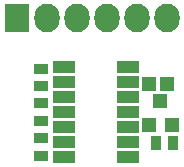
<source format=gts>
G04 #@! TF.FileFunction,Soldermask,Top*
%FSLAX46Y46*%
G04 Gerber Fmt 4.6, Leading zero omitted, Abs format (unit mm)*
G04 Created by KiCad (PCBNEW 4.0.1-stable) date 2/21/2016 12:36:31 PM*
%MOMM*%
G01*
G04 APERTURE LIST*
%ADD10C,0.100000*%
%ADD11R,1.200000X1.150000*%
%ADD12R,1.200100X1.200100*%
%ADD13R,2.127200X2.432000*%
%ADD14O,2.127200X2.432000*%
%ADD15R,1.300000X0.900000*%
%ADD16R,0.900000X1.300000*%
%ADD17R,1.900000X1.000000*%
G04 APERTURE END LIST*
D10*
D11*
X143350000Y-76600000D03*
X141850000Y-76600000D03*
D12*
X141850000Y-80075760D03*
X143750000Y-80075760D03*
X142800000Y-78076780D03*
D13*
X130650000Y-71025000D03*
D14*
X133190000Y-71025000D03*
X135730000Y-71025000D03*
X138270000Y-71025000D03*
X140810000Y-71025000D03*
X143350000Y-71025000D03*
D15*
X132700000Y-75300000D03*
X132700000Y-76800000D03*
X132700000Y-78225000D03*
X132700000Y-79725000D03*
X132700000Y-81150000D03*
X132700000Y-82650000D03*
D16*
X142400000Y-81600000D03*
X143900000Y-81600000D03*
D17*
X134625000Y-75165000D03*
X134625000Y-76435000D03*
X134625000Y-77705000D03*
X134625000Y-78975000D03*
X134625000Y-80245000D03*
X134625000Y-81515000D03*
X134625000Y-82785000D03*
X140025000Y-82785000D03*
X140025000Y-81515000D03*
X140025000Y-80245000D03*
X140025000Y-78975000D03*
X140025000Y-77705000D03*
X140025000Y-76435000D03*
X140025000Y-75165000D03*
M02*

</source>
